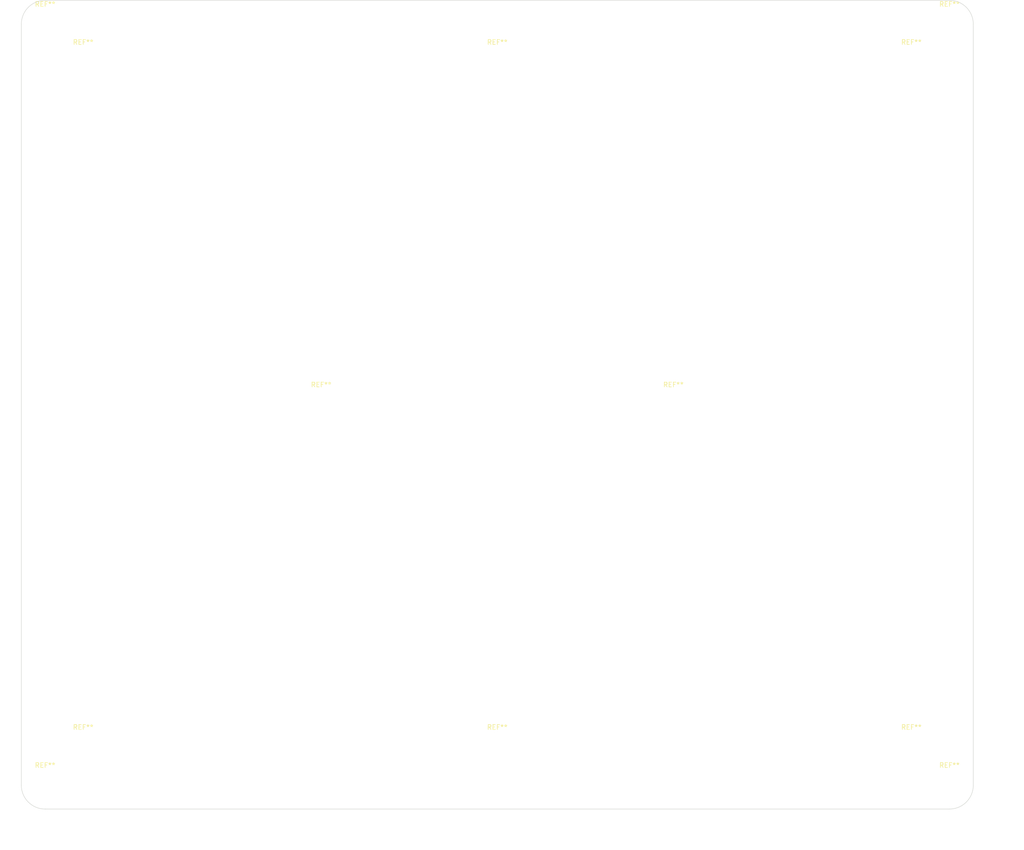
<source format=kicad_pcb>
(kicad_pcb (version 20171130) (host pcbnew 5.1.5+dfsg1-2build2)

  (general
    (thickness 1.6)
    (drawings 74)
    (tracks 0)
    (zones 0)
    (modules 30)
    (nets 1)
  )

  (page A3)
  (title_block
    (title "Democratic Sendcomm")
    (date 2020-12-26)
    (rev 0.9.2)
    (company "Europalab Devices")
    (comment 1 "Copyright © 2020, Europalab Devices")
    (comment 2 "Fulfilling requirements of 20200210")
    (comment 3 "Pending quality assurance testing")
    (comment 4 "Release revision for manufacturing")
  )

  (layers
    (0 F.Cu signal)
    (31 B.Cu signal)
    (34 B.Paste user)
    (35 F.Paste user)
    (36 B.SilkS user)
    (37 F.SilkS user)
    (38 B.Mask user)
    (39 F.Mask user)
    (40 Dwgs.User user)
    (41 Cmts.User user)
    (42 Eco1.User user)
    (43 Eco2.User user)
    (44 Edge.Cuts user)
    (45 Margin user)
    (46 B.CrtYd user)
    (47 F.CrtYd user)
    (48 B.Fab user)
    (49 F.Fab user)
  )

  (setup
    (last_trace_width 0.127)
    (trace_clearance 0.127)
    (zone_clearance 0.508)
    (zone_45_only no)
    (trace_min 0.127)
    (via_size 0.6)
    (via_drill 0.2)
    (via_min_size 0.6)
    (via_min_drill 0.2)
    (uvia_size 0.45)
    (uvia_drill 0.1)
    (uvias_allowed no)
    (uvia_min_size 0.45)
    (uvia_min_drill 0.1)
    (edge_width 0.1)
    (segment_width 0.1)
    (pcb_text_width 0.25)
    (pcb_text_size 1 1)
    (mod_edge_width 0.15)
    (mod_text_size 1 1)
    (mod_text_width 0.15)
    (pad_size 1.95 0.6)
    (pad_drill 0)
    (pad_to_mask_clearance 0)
    (aux_axis_origin 0 0)
    (visible_elements 7FFFF7FF)
    (pcbplotparams
      (layerselection 0x313fc_ffffffff)
      (usegerberextensions true)
      (usegerberattributes false)
      (usegerberadvancedattributes false)
      (creategerberjobfile false)
      (excludeedgelayer true)
      (linewidth 0.150000)
      (plotframeref false)
      (viasonmask false)
      (mode 1)
      (useauxorigin false)
      (hpglpennumber 1)
      (hpglpenspeed 20)
      (hpglpendiameter 15.000000)
      (psnegative false)
      (psa4output false)
      (plotreference true)
      (plotvalue true)
      (plotinvisibletext false)
      (padsonsilk false)
      (subtractmaskfromsilk false)
      (outputformat 1)
      (mirror false)
      (drillshape 0)
      (scaleselection 1)
      (outputdirectory "fabpanel"))
  )

  (net 0 "")

  (net_class Default "This is the default net class."
    (clearance 0.127)
    (trace_width 0.127)
    (via_dia 0.6)
    (via_drill 0.2)
    (uvia_dia 0.45)
    (uvia_drill 0.1)
  )

  (net_class Power ""
    (clearance 0.2)
    (trace_width 0.5)
    (via_dia 1)
    (via_drill 0.7)
    (uvia_dia 0.5)
    (uvia_drill 0.1)
  )

  (module MountingHole:MountingHole_3.2mm_M3 (layer F.Cu) (tedit 56D1B4CB) (tstamp 5FF31A13)
    (at 237 135)
    (descr "Mounting Hole 3.2mm, no annular, M3")
    (tags "mounting hole 3.2mm no annular m3")
    (attr virtual)
    (fp_text reference REF** (at 0 -4.2) (layer F.SilkS)
      (effects (font (size 1 1) (thickness 0.15)))
    )
    (fp_text value MountingHole_3.2mm_M3 (at 0 4.2) (layer F.Fab)
      (effects (font (size 1 1) (thickness 0.15)))
    )
    (fp_circle (center 0 0) (end 3.45 0) (layer F.CrtYd) (width 0.05))
    (fp_circle (center 0 0) (end 3.2 0) (layer Cmts.User) (width 0.15))
    (fp_text user %R (at 0.3 0) (layer F.Fab)
      (effects (font (size 1 1) (thickness 0.15)))
    )
    (pad 1 np_thru_hole circle (at 0 0) (size 3.2 3.2) (drill 3.2) (layers *.Cu *.Mask))
  )

  (module MountingHole:MountingHole_3.2mm_M3 (layer F.Cu) (tedit 56D1B4CB) (tstamp 5FF31A4A)
    (at 163 135)
    (descr "Mounting Hole 3.2mm, no annular, M3")
    (tags "mounting hole 3.2mm no annular m3")
    (attr virtual)
    (fp_text reference REF** (at 0 -4.2) (layer F.SilkS)
      (effects (font (size 1 1) (thickness 0.15)))
    )
    (fp_text value MountingHole_3.2mm_M3 (at 0 4.2) (layer F.Fab)
      (effects (font (size 1 1) (thickness 0.15)))
    )
    (fp_circle (center 0 0) (end 3.45 0) (layer F.CrtYd) (width 0.05))
    (fp_circle (center 0 0) (end 3.2 0) (layer Cmts.User) (width 0.15))
    (fp_text user %R (at 0.3 0) (layer F.Fab)
      (effects (font (size 1 1) (thickness 0.15)))
    )
    (pad 1 np_thru_hole circle (at 0 0) (size 3.2 3.2) (drill 3.2) (layers *.Cu *.Mask))
  )

  (module MountingHole:MountingHole_3.2mm_M3 (layer F.Cu) (tedit 56D1B4CB) (tstamp 5FF319AE)
    (at 200 207)
    (descr "Mounting Hole 3.2mm, no annular, M3")
    (tags "mounting hole 3.2mm no annular m3")
    (attr virtual)
    (fp_text reference REF** (at 0 -4.2) (layer F.SilkS)
      (effects (font (size 1 1) (thickness 0.15)))
    )
    (fp_text value MountingHole_3.2mm_M3 (at 0 4.2) (layer F.Fab)
      (effects (font (size 1 1) (thickness 0.15)))
    )
    (fp_text user %R (at 0.3 0) (layer F.Fab)
      (effects (font (size 1 1) (thickness 0.15)))
    )
    (fp_circle (center 0 0) (end 3.2 0) (layer Cmts.User) (width 0.15))
    (fp_circle (center 0 0) (end 3.45 0) (layer F.CrtYd) (width 0.05))
    (pad 1 np_thru_hole circle (at 0 0) (size 3.2 3.2) (drill 3.2) (layers *.Cu *.Mask))
  )

  (module MountingHole:MountingHole_3.2mm_M3 (layer F.Cu) (tedit 56D1B4CB) (tstamp 5FF31979)
    (at 200 63)
    (descr "Mounting Hole 3.2mm, no annular, M3")
    (tags "mounting hole 3.2mm no annular m3")
    (attr virtual)
    (fp_text reference REF** (at 0 -4.2) (layer F.SilkS)
      (effects (font (size 1 1) (thickness 0.15)))
    )
    (fp_text value MountingHole_3.2mm_M3 (at 0 4.2) (layer F.Fab)
      (effects (font (size 1 1) (thickness 0.15)))
    )
    (fp_circle (center 0 0) (end 3.45 0) (layer F.CrtYd) (width 0.05))
    (fp_circle (center 0 0) (end 3.2 0) (layer Cmts.User) (width 0.15))
    (fp_text user %R (at 0.3 0) (layer F.Fab)
      (effects (font (size 1 1) (thickness 0.15)))
    )
    (pad 1 np_thru_hole circle (at 0 0) (size 3.2 3.2) (drill 3.2) (layers *.Cu *.Mask))
  )

  (module MountingHole:MountingHole_3.2mm_M3 (layer F.Cu) (tedit 56D1B4CB) (tstamp 5FF31936)
    (at 287 63)
    (descr "Mounting Hole 3.2mm, no annular, M3")
    (tags "mounting hole 3.2mm no annular m3")
    (attr virtual)
    (fp_text reference REF** (at 0 -4.2) (layer F.SilkS)
      (effects (font (size 1 1) (thickness 0.15)))
    )
    (fp_text value MountingHole_3.2mm_M3 (at 0 4.2) (layer F.Fab)
      (effects (font (size 1 1) (thickness 0.15)))
    )
    (fp_circle (center 0 0) (end 3.45 0) (layer F.CrtYd) (width 0.05))
    (fp_circle (center 0 0) (end 3.2 0) (layer Cmts.User) (width 0.15))
    (fp_text user %R (at 0.3 0) (layer F.Fab)
      (effects (font (size 1 1) (thickness 0.15)))
    )
    (pad 1 np_thru_hole circle (at 0 0) (size 3.2 3.2) (drill 3.2) (layers *.Cu *.Mask))
  )

  (module MountingHole:MountingHole_3.2mm_M3 (layer F.Cu) (tedit 56D1B4CB) (tstamp 5FF31928)
    (at 287 207)
    (descr "Mounting Hole 3.2mm, no annular, M3")
    (tags "mounting hole 3.2mm no annular m3")
    (attr virtual)
    (fp_text reference REF** (at 0 -4.2) (layer F.SilkS)
      (effects (font (size 1 1) (thickness 0.15)))
    )
    (fp_text value MountingHole_3.2mm_M3 (at 0 4.2) (layer F.Fab)
      (effects (font (size 1 1) (thickness 0.15)))
    )
    (fp_text user %R (at 0.3 0) (layer F.Fab)
      (effects (font (size 1 1) (thickness 0.15)))
    )
    (fp_circle (center 0 0) (end 3.2 0) (layer Cmts.User) (width 0.15))
    (fp_circle (center 0 0) (end 3.45 0) (layer F.CrtYd) (width 0.05))
    (pad 1 np_thru_hole circle (at 0 0) (size 3.2 3.2) (drill 3.2) (layers *.Cu *.Mask))
  )

  (module MountingHole:MountingHole_3.2mm_M3 (layer F.Cu) (tedit 56D1B4CB) (tstamp 5FF3191A)
    (at 113 207)
    (descr "Mounting Hole 3.2mm, no annular, M3")
    (tags "mounting hole 3.2mm no annular m3")
    (attr virtual)
    (fp_text reference REF** (at 0 -4.2) (layer F.SilkS)
      (effects (font (size 1 1) (thickness 0.15)))
    )
    (fp_text value MountingHole_3.2mm_M3 (at 0 4.2) (layer F.Fab)
      (effects (font (size 1 1) (thickness 0.15)))
    )
    (fp_circle (center 0 0) (end 3.45 0) (layer F.CrtYd) (width 0.05))
    (fp_circle (center 0 0) (end 3.2 0) (layer Cmts.User) (width 0.15))
    (fp_text user %R (at 0.3 0) (layer F.Fab)
      (effects (font (size 1 1) (thickness 0.15)))
    )
    (pad 1 np_thru_hole circle (at 0 0) (size 3.2 3.2) (drill 3.2) (layers *.Cu *.Mask))
  )

  (module MountingHole:MountingHole_3.2mm_M3 (layer F.Cu) (tedit 56D1B4CB) (tstamp 5FF318F7)
    (at 113 63)
    (descr "Mounting Hole 3.2mm, no annular, M3")
    (tags "mounting hole 3.2mm no annular m3")
    (attr virtual)
    (fp_text reference REF** (at 0 -4.2) (layer F.SilkS)
      (effects (font (size 1 1) (thickness 0.15)))
    )
    (fp_text value MountingHole_3.2mm_M3 (at 0 4.2) (layer F.Fab)
      (effects (font (size 1 1) (thickness 0.15)))
    )
    (fp_text user %R (at 0.3 0) (layer F.Fab)
      (effects (font (size 1 1) (thickness 0.15)))
    )
    (fp_circle (center 0 0) (end 3.2 0) (layer Cmts.User) (width 0.15))
    (fp_circle (center 0 0) (end 3.45 0) (layer F.CrtYd) (width 0.05))
    (pad 1 np_thru_hole circle (at 0 0) (size 3.2 3.2) (drill 3.2) (layers *.Cu *.Mask))
  )

  (module MountingHole:MountingHole_3.2mm_M3 (layer F.Cu) (tedit 56D1B4CB) (tstamp 5FF2D58D)
    (at 295 55)
    (descr "Mounting Hole 3.2mm, no annular, M3")
    (tags "mounting hole 3.2mm no annular m3")
    (attr virtual)
    (fp_text reference REF** (at 0 -4.2) (layer F.SilkS)
      (effects (font (size 1 1) (thickness 0.15)))
    )
    (fp_text value MountingHole_3.2mm_M3 (at 0 4.2) (layer F.Fab)
      (effects (font (size 1 1) (thickness 0.15)))
    )
    (fp_circle (center 0 0) (end 3.45 0) (layer F.CrtYd) (width 0.05))
    (fp_circle (center 0 0) (end 3.2 0) (layer Cmts.User) (width 0.15))
    (fp_text user %R (at 0.3 0) (layer F.Fab)
      (effects (font (size 1 1) (thickness 0.15)))
    )
    (pad 1 np_thru_hole circle (at 0 0) (size 3.2 3.2) (drill 3.2) (layers *.Cu *.Mask))
  )

  (module MountingHole:MountingHole_3.2mm_M3 (layer F.Cu) (tedit 56D1B4CB) (tstamp 5FF2D577)
    (at 295 215)
    (descr "Mounting Hole 3.2mm, no annular, M3")
    (tags "mounting hole 3.2mm no annular m3")
    (attr virtual)
    (fp_text reference REF** (at 0 -4.2) (layer F.SilkS)
      (effects (font (size 1 1) (thickness 0.15)))
    )
    (fp_text value MountingHole_3.2mm_M3 (at 0 4.2) (layer F.Fab)
      (effects (font (size 1 1) (thickness 0.15)))
    )
    (fp_circle (center 0 0) (end 3.45 0) (layer F.CrtYd) (width 0.05))
    (fp_circle (center 0 0) (end 3.2 0) (layer Cmts.User) (width 0.15))
    (fp_text user %R (at 0.3 0) (layer F.Fab)
      (effects (font (size 1 1) (thickness 0.15)))
    )
    (pad 1 np_thru_hole circle (at 0 0) (size 3.2 3.2) (drill 3.2) (layers *.Cu *.Mask))
  )

  (module MountingHole:MountingHole_3.2mm_M3 (layer F.Cu) (tedit 56D1B4CB) (tstamp 5FF2D561)
    (at 105 215)
    (descr "Mounting Hole 3.2mm, no annular, M3")
    (tags "mounting hole 3.2mm no annular m3")
    (attr virtual)
    (fp_text reference REF** (at 0 -4.2) (layer F.SilkS)
      (effects (font (size 1 1) (thickness 0.15)))
    )
    (fp_text value MountingHole_3.2mm_M3 (at 0 4.2) (layer F.Fab)
      (effects (font (size 1 1) (thickness 0.15)))
    )
    (fp_circle (center 0 0) (end 3.45 0) (layer F.CrtYd) (width 0.05))
    (fp_circle (center 0 0) (end 3.2 0) (layer Cmts.User) (width 0.15))
    (fp_text user %R (at 0.3 0) (layer F.Fab)
      (effects (font (size 1 1) (thickness 0.15)))
    )
    (pad 1 np_thru_hole circle (at 0 0) (size 3.2 3.2) (drill 3.2) (layers *.Cu *.Mask))
  )

  (module MountingHole:MountingHole_3.2mm_M3 (layer F.Cu) (tedit 56D1B4CB) (tstamp 5FF2D54B)
    (at 105 55)
    (descr "Mounting Hole 3.2mm, no annular, M3")
    (tags "mounting hole 3.2mm no annular m3")
    (attr virtual)
    (fp_text reference REF** (at 0 -4.2) (layer F.SilkS)
      (effects (font (size 1 1) (thickness 0.15)))
    )
    (fp_text value MountingHole_3.2mm_M3 (at 0 4.2) (layer F.Fab)
      (effects (font (size 1 1) (thickness 0.15)))
    )
    (fp_circle (center 0 0) (end 3.45 0) (layer F.CrtYd) (width 0.05))
    (fp_circle (center 0 0) (end 3.2 0) (layer Cmts.User) (width 0.15))
    (fp_text user %R (at 0.3 0) (layer F.Fab)
      (effects (font (size 1 1) (thickness 0.15)))
    )
    (pad 1 np_thru_hole circle (at 0 0) (size 3.2 3.2) (drill 3.2) (layers *.Cu *.Mask))
  )

  (module Elabdev:MountingHole_1.1mm (layer F.Cu) (tedit 5B924765) (tstamp 5FBCCC1A)
    (at 262 140.5)
    (descr "Mounting Hole 1.1mm, no annular")
    (tags "mounting hole 1.1mm no annular")
    (attr virtual)
    (fp_text reference REF** (at 0 -3.2) (layer F.SilkS) hide
      (effects (font (size 1 1) (thickness 0.15)))
    )
    (fp_text value MountingHole_1.1mm (at 0 3.2) (layer F.Fab)
      (effects (font (size 1 1) (thickness 0.15)))
    )
    (fp_text user %R (at 0.3 0) (layer F.Fab)
      (effects (font (size 1 1) (thickness 0.15)))
    )
    (fp_circle (center 0 0) (end 1.1 0) (layer Cmts.User) (width 0.15))
    (fp_circle (center 0 0) (end 1.35 0) (layer F.CrtYd) (width 0.05))
    (pad "" np_thru_hole circle (at 0 0) (size 1.1 1.1) (drill 1.1) (layers *.Cu *.Mask))
  )

  (module Elabdev:MountingHole_1.1mm (layer F.Cu) (tedit 5B924765) (tstamp 5FF31D5D)
    (at 138 129.5)
    (descr "Mounting Hole 1.1mm, no annular")
    (tags "mounting hole 1.1mm no annular")
    (attr virtual)
    (fp_text reference REF** (at 0 -3.2) (layer F.SilkS) hide
      (effects (font (size 1 1) (thickness 0.15)))
    )
    (fp_text value MountingHole_1.1mm (at 0 3.2) (layer F.Fab)
      (effects (font (size 1 1) (thickness 0.15)))
    )
    (fp_text user %R (at 0.3 0) (layer F.Fab)
      (effects (font (size 1 1) (thickness 0.15)))
    )
    (fp_circle (center 0 0) (end 1.1 0) (layer Cmts.User) (width 0.15))
    (fp_circle (center 0 0) (end 1.35 0) (layer F.CrtYd) (width 0.05))
    (pad "" np_thru_hole circle (at 0 0) (size 1.1 1.1) (drill 1.1) (layers *.Cu *.Mask))
  )

  (module Elabdev:MountingHole_1.6mm (layer F.Cu) (tedit 5B924765) (tstamp 5FBCCBDE)
    (at 262 187)
    (descr "Mounting Hole 1.6mm, no annular")
    (tags "mounting hole 1.6mm no annular")
    (attr virtual)
    (fp_text reference REF** (at 0 -3.2) (layer F.SilkS) hide
      (effects (font (size 1 1) (thickness 0.15)))
    )
    (fp_text value MountingHole_1.6mm (at 0 3.2) (layer F.Fab)
      (effects (font (size 1 1) (thickness 0.15)))
    )
    (fp_text user %R (at 0.3 0) (layer F.Fab)
      (effects (font (size 1 1) (thickness 0.15)))
    )
    (fp_circle (center 0 0) (end 1.6 0) (layer Cmts.User) (width 0.15))
    (fp_circle (center 0 0) (end 1.85 0) (layer F.CrtYd) (width 0.05))
    (pad "" np_thru_hole circle (at 0 0) (size 1.6 1.6) (drill 1.6) (layers *.Cu *.Mask))
  )

  (module Elabdev:MountingHole_1.6mm (layer F.Cu) (tedit 5B924765) (tstamp 5FBCCBC8)
    (at 262 125.5)
    (descr "Mounting Hole 1.6mm, no annular")
    (tags "mounting hole 1.6mm no annular")
    (attr virtual)
    (fp_text reference REF** (at 0 -3.2) (layer F.SilkS) hide
      (effects (font (size 1 1) (thickness 0.15)))
    )
    (fp_text value MountingHole_1.6mm (at 0 3.2) (layer F.Fab)
      (effects (font (size 1 1) (thickness 0.15)))
    )
    (fp_text user %R (at 0.3 0) (layer F.Fab)
      (effects (font (size 1 1) (thickness 0.15)))
    )
    (fp_circle (center 0 0) (end 1.6 0) (layer Cmts.User) (width 0.15))
    (fp_circle (center 0 0) (end 1.85 0) (layer F.CrtYd) (width 0.05))
    (pad "" np_thru_hole circle (at 0 0) (size 1.6 1.6) (drill 1.6) (layers *.Cu *.Mask))
  )

  (module Elabdev:MountingHole_1.6mm (layer F.Cu) (tedit 5B924765) (tstamp 5FF31D45)
    (at 138 187)
    (descr "Mounting Hole 1.6mm, no annular")
    (tags "mounting hole 1.6mm no annular")
    (attr virtual)
    (fp_text reference REF** (at 0 -3.2) (layer F.SilkS) hide
      (effects (font (size 1 1) (thickness 0.15)))
    )
    (fp_text value MountingHole_1.6mm (at 0 3.2) (layer F.Fab)
      (effects (font (size 1 1) (thickness 0.15)))
    )
    (fp_circle (center 0 0) (end 1.85 0) (layer F.CrtYd) (width 0.05))
    (fp_circle (center 0 0) (end 1.6 0) (layer Cmts.User) (width 0.15))
    (fp_text user %R (at 0.3 0) (layer F.Fab)
      (effects (font (size 1 1) (thickness 0.15)))
    )
    (pad "" np_thru_hole circle (at 0 0) (size 1.6 1.6) (drill 1.6) (layers *.Cu *.Mask))
  )

  (module Elabdev:MountingHole_1.6mm (layer F.Cu) (tedit 5B924765) (tstamp 5FF31C85)
    (at 138 144.5)
    (descr "Mounting Hole 1.6mm, no annular")
    (tags "mounting hole 1.6mm no annular")
    (attr virtual)
    (fp_text reference REF** (at 0 -3.2) (layer F.SilkS) hide
      (effects (font (size 1 1) (thickness 0.15)))
    )
    (fp_text value MountingHole_1.6mm (at 0 3.2) (layer F.Fab)
      (effects (font (size 1 1) (thickness 0.15)))
    )
    (fp_text user %R (at 0.3 0) (layer F.Fab)
      (effects (font (size 1 1) (thickness 0.15)))
    )
    (fp_circle (center 0 0) (end 1.6 0) (layer Cmts.User) (width 0.15))
    (fp_circle (center 0 0) (end 1.85 0) (layer F.CrtYd) (width 0.05))
    (pad "" np_thru_hole circle (at 0 0) (size 1.6 1.6) (drill 1.6) (layers *.Cu *.Mask))
  )

  (module Elabdev:MountingHole_1.6mm (layer F.Cu) (tedit 5B924765) (tstamp 5FBCBB5A)
    (at 262 83)
    (descr "Mounting Hole 1.6mm, no annular")
    (tags "mounting hole 1.6mm no annular")
    (attr virtual)
    (fp_text reference REF** (at 0 -3.2) (layer F.SilkS) hide
      (effects (font (size 1 1) (thickness 0.15)))
    )
    (fp_text value MountingHole_1.6mm (at 0 3.2) (layer F.Fab)
      (effects (font (size 1 1) (thickness 0.15)))
    )
    (fp_text user %R (at 0.3 0) (layer F.Fab)
      (effects (font (size 1 1) (thickness 0.15)))
    )
    (fp_circle (center 0 0) (end 1.6 0) (layer Cmts.User) (width 0.15))
    (fp_circle (center 0 0) (end 1.85 0) (layer F.CrtYd) (width 0.05))
    (pad "" np_thru_hole circle (at 0 0) (size 1.6 1.6) (drill 1.6) (layers *.Cu *.Mask))
  )

  (module Elabdev:MountingHole_1.1mm (layer F.Cu) (tedit 5B924765) (tstamp 5FBCBB0E)
    (at 262 79)
    (descr "Mounting Hole 1.1mm, no annular")
    (tags "mounting hole 1.1mm no annular")
    (attr virtual)
    (fp_text reference REF** (at 0 -3.2) (layer F.SilkS) hide
      (effects (font (size 1 1) (thickness 0.15)))
    )
    (fp_text value MountingHole_1.1mm (at 0 3.2) (layer F.Fab)
      (effects (font (size 1 1) (thickness 0.15)))
    )
    (fp_circle (center 0 0) (end 1.35 0) (layer F.CrtYd) (width 0.05))
    (fp_circle (center 0 0) (end 1.1 0) (layer Cmts.User) (width 0.15))
    (fp_text user %R (at 0.3 0) (layer F.Fab)
      (effects (font (size 1 1) (thickness 0.15)))
    )
    (pad "" np_thru_hole circle (at 0 0) (size 1.1 1.1) (drill 1.1) (layers *.Cu *.Mask))
  )

  (module Elabdev:MountingHole_1.1mm (layer F.Cu) (tedit 5B924765) (tstamp 5FBCBAE8)
    (at 262 191)
    (descr "Mounting Hole 1.1mm, no annular")
    (tags "mounting hole 1.1mm no annular")
    (attr virtual)
    (fp_text reference REF** (at 0 -3.2) (layer F.SilkS) hide
      (effects (font (size 1 1) (thickness 0.15)))
    )
    (fp_text value MountingHole_1.1mm (at 0 3.2) (layer F.Fab)
      (effects (font (size 1 1) (thickness 0.15)))
    )
    (fp_text user %R (at 0.3 0) (layer F.Fab)
      (effects (font (size 1 1) (thickness 0.15)))
    )
    (fp_circle (center 0 0) (end 1.1 0) (layer Cmts.User) (width 0.15))
    (fp_circle (center 0 0) (end 1.35 0) (layer F.CrtYd) (width 0.05))
    (pad "" np_thru_hole circle (at 0 0) (size 1.1 1.1) (drill 1.1) (layers *.Cu *.Mask))
  )

  (module Elabdev:MountingHole_1.1mm (layer F.Cu) (tedit 5B924765) (tstamp 5FF31CBE)
    (at 138 191)
    (descr "Mounting Hole 1.1mm, no annular")
    (tags "mounting hole 1.1mm no annular")
    (attr virtual)
    (fp_text reference REF** (at 0 -3.2) (layer F.SilkS) hide
      (effects (font (size 1 1) (thickness 0.15)))
    )
    (fp_text value MountingHole_1.1mm (at 0 3.2) (layer F.Fab)
      (effects (font (size 1 1) (thickness 0.15)))
    )
    (fp_text user %R (at 0.3 0) (layer F.Fab)
      (effects (font (size 1 1) (thickness 0.15)))
    )
    (fp_circle (center 0 0) (end 1.1 0) (layer Cmts.User) (width 0.15))
    (fp_circle (center 0 0) (end 1.35 0) (layer F.CrtYd) (width 0.05))
    (pad "" np_thru_hole circle (at 0 0) (size 1.1 1.1) (drill 1.1) (layers *.Cu *.Mask))
  )

  (module Elabdev:MountingHole_1.6mm (layer F.Cu) (tedit 5B924765) (tstamp 5FF31D18)
    (at 138 83)
    (descr "Mounting Hole 1.6mm, no annular")
    (tags "mounting hole 1.6mm no annular")
    (attr virtual)
    (fp_text reference REF** (at 0 -3.2) (layer F.SilkS) hide
      (effects (font (size 1 1) (thickness 0.15)))
    )
    (fp_text value MountingHole_1.6mm (at 0 3.2) (layer F.Fab)
      (effects (font (size 1 1) (thickness 0.15)))
    )
    (fp_circle (center 0 0) (end 1.85 0) (layer F.CrtYd) (width 0.05))
    (fp_circle (center 0 0) (end 1.6 0) (layer Cmts.User) (width 0.15))
    (fp_text user %R (at 0.3 0) (layer F.Fab)
      (effects (font (size 1 1) (thickness 0.15)))
    )
    (pad "" np_thru_hole circle (at 0 0) (size 1.6 1.6) (drill 1.6) (layers *.Cu *.Mask))
  )

  (module Elabdev:MountingHole_1.1mm (layer F.Cu) (tedit 5B924765) (tstamp 5FF31CEB)
    (at 138 79)
    (descr "Mounting Hole 1.1mm, no annular")
    (tags "mounting hole 1.1mm no annular")
    (attr virtual)
    (fp_text reference REF** (at 0 -3.2) (layer F.SilkS) hide
      (effects (font (size 1 1) (thickness 0.15)))
    )
    (fp_text value MountingHole_1.1mm (at 0 3.2) (layer F.Fab)
      (effects (font (size 1 1) (thickness 0.15)))
    )
    (fp_circle (center 0 0) (end 1.35 0) (layer F.CrtYd) (width 0.05))
    (fp_circle (center 0 0) (end 1.1 0) (layer Cmts.User) (width 0.15))
    (fp_text user %R (at 0.3 0) (layer F.Fab)
      (effects (font (size 1 1) (thickness 0.15)))
    )
    (pad "" np_thru_hole circle (at 0 0) (size 1.1 1.1) (drill 1.1) (layers *.Cu *.Mask))
  )

  (module Mounting_Holes:MountingHole_2.5mm (layer F.Cu) (tedit 5D1E62F3) (tstamp 5FF31CD2)
    (at 138 75)
    (descr "Mounting Hole 2.5mm, no annular")
    (tags "mounting hole 2.5mm no annular")
    (fp_text reference SH1 (at 0 -3.5) (layer F.SilkS) hide
      (effects (font (size 1 1) (thickness 0.15)))
    )
    (fp_text value MountingHole_2.5mm (at 0 3.5) (layer F.Fab)
      (effects (font (size 1 1) (thickness 0.15)))
    )
    (fp_circle (center 0 0) (end 2.5 0) (layer Cmts.User) (width 0.15))
    (fp_circle (center 0 0) (end 2.75 0) (layer F.CrtYd) (width 0.05))
    (pad "" np_thru_hole circle (at 0 0) (size 2.55 2.55) (drill 2.55) (layers *.Cu *.Paste *.Mask))
  )

  (module Mounting_Holes:MountingHole_2.5mm (layer F.Cu) (tedit 5D1E6313) (tstamp 5FF31CAB)
    (at 138 195)
    (descr "Mounting Hole 2.5mm, no annular")
    (tags "mounting hole 2.5mm no annular")
    (fp_text reference SH2 (at 0 -3.5) (layer F.SilkS) hide
      (effects (font (size 1 1) (thickness 0.15)))
    )
    (fp_text value MountingHole_2.5mm (at 0 3.5) (layer F.Fab)
      (effects (font (size 1 1) (thickness 0.15)))
    )
    (fp_circle (center 0 0) (end 2.75 0) (layer F.CrtYd) (width 0.05))
    (fp_circle (center 0 0) (end 2.5 0) (layer Cmts.User) (width 0.15))
    (pad "" np_thru_hole circle (at 0 0) (size 2.55 2.55) (drill 2.55) (layers *.Cu *.Paste *.Mask))
  )

  (module Mounting_Holes:MountingHole_2.5mm (layer F.Cu) (tedit 5D1E630C) (tstamp 5FF31CFF)
    (at 138 140)
    (descr "Mounting Hole 2.5mm, no annular")
    (tags "mounting hole 2.5mm no annular")
    (fp_text reference SH5 (at 0 -3.5) (layer F.SilkS) hide
      (effects (font (size 1 1) (thickness 0.15)))
    )
    (fp_text value MountingHole_2.5mm (at 0 3.5) (layer F.Fab)
      (effects (font (size 1 1) (thickness 0.15)))
    )
    (fp_circle (center 0 0) (end 2.75 0) (layer F.CrtYd) (width 0.05))
    (fp_circle (center 0 0) (end 2.5 0) (layer Cmts.User) (width 0.15))
    (pad "" np_thru_hole circle (at 0 0) (size 2.55 2.55) (drill 2.55) (layers *.Cu *.Paste *.Mask))
  )

  (module Mounting_Holes:MountingHole_2.5mm (layer F.Cu) (tedit 5D1E631D) (tstamp 5FBB8A15)
    (at 262 195)
    (descr "Mounting Hole 2.5mm, no annular")
    (tags "mounting hole 2.5mm no annular")
    (fp_text reference SH4 (at 0 -3.5) (layer F.SilkS) hide
      (effects (font (size 1 1) (thickness 0.15)))
    )
    (fp_text value MountingHole_2.5mm (at 0 3.5) (layer F.Fab)
      (effects (font (size 1 1) (thickness 0.15)))
    )
    (fp_circle (center 0 0) (end 2.75 0) (layer F.CrtYd) (width 0.05))
    (fp_circle (center 0 0) (end 2.5 0) (layer Cmts.User) (width 0.15))
    (pad "" np_thru_hole circle (at 0 0) (size 2.55 2.55) (drill 2.55) (layers *.Cu *.Paste *.Mask))
  )

  (module Mounting_Holes:MountingHole_2.5mm (layer F.Cu) (tedit 5D1E632E) (tstamp 5FBB8A0F)
    (at 262 75)
    (descr "Mounting Hole 2.5mm, no annular")
    (tags "mounting hole 2.5mm no annular")
    (fp_text reference SH3 (at 0 -3.5) (layer F.SilkS) hide
      (effects (font (size 1 1) (thickness 0.15)))
    )
    (fp_text value MountingHole_2.5mm (at 0 3.5) (layer F.Fab)
      (effects (font (size 1 1) (thickness 0.15)))
    )
    (fp_circle (center 0 0) (end 2.5 0) (layer Cmts.User) (width 0.15))
    (fp_circle (center 0 0) (end 2.75 0) (layer F.CrtYd) (width 0.05))
    (pad "" np_thru_hole circle (at 0 0) (size 2.55 2.55) (drill 2.55) (layers *.Cu *.Paste *.Mask))
  )

  (module Mounting_Holes:MountingHole_2.5mm (layer F.Cu) (tedit 5D1E6326) (tstamp 5FBB8A09)
    (at 262 130)
    (descr "Mounting Hole 2.5mm, no annular")
    (tags "mounting hole 2.5mm no annular")
    (fp_text reference SH6 (at 0 -3.5) (layer F.SilkS) hide
      (effects (font (size 1 1) (thickness 0.15)))
    )
    (fp_text value MountingHole_2.5mm (at 0 3.5) (layer F.Fab)
      (effects (font (size 1 1) (thickness 0.15)))
    )
    (fp_circle (center 0 0) (end 2.5 0) (layer Cmts.User) (width 0.15))
    (fp_circle (center 0 0) (end 2.75 0) (layer F.CrtYd) (width 0.05))
    (pad "" np_thru_hole circle (at 0 0) (size 2.55 2.55) (drill 2.55) (layers *.Cu *.Paste *.Mask))
  )

  (dimension 200 (width 0.15) (layer Cmts.User)
    (gr_text "200 mm" (at 200 229.3) (layer Cmts.User)
      (effects (font (size 1 1) (thickness 0.15)))
    )
    (feature1 (pts (xy 300 224) (xy 300 228.586421)))
    (feature2 (pts (xy 100 224) (xy 100 228.586421)))
    (crossbar (pts (xy 100 228) (xy 300 228)))
    (arrow1a (pts (xy 300 228) (xy 298.873496 228.586421)))
    (arrow1b (pts (xy 300 228) (xy 298.873496 227.413579)))
    (arrow2a (pts (xy 100 228) (xy 101.126504 228.586421)))
    (arrow2b (pts (xy 100 228) (xy 101.126504 227.413579)))
  )
  (dimension 170 (width 0.15) (layer Cmts.User)
    (gr_text "170 mm" (at 309.3 135 90) (layer Cmts.User)
      (effects (font (size 1 1) (thickness 0.15)))
    )
    (feature1 (pts (xy 304 50) (xy 308.586421 50)))
    (feature2 (pts (xy 304 220) (xy 308.586421 220)))
    (crossbar (pts (xy 308 220) (xy 308 50)))
    (arrow1a (pts (xy 308 50) (xy 308.586421 51.126504)))
    (arrow1b (pts (xy 308 50) (xy 307.413579 51.126504)))
    (arrow2a (pts (xy 308 220) (xy 308.586421 218.873496)))
    (arrow2b (pts (xy 308 220) (xy 307.413579 218.873496)))
  )
  (gr_arc (start 295 55) (end 300 55) (angle -90) (layer Edge.Cuts) (width 0.1) (tstamp 5FF2D5A1))
  (gr_arc (start 295 215) (end 295 220) (angle -90) (layer Edge.Cuts) (width 0.1) (tstamp 5FF2D59F))
  (gr_arc (start 105 215) (end 100 215) (angle -90) (layer Edge.Cuts) (width 0.1) (tstamp 5FF2D59D))
  (gr_arc (start 105 55) (end 105 50) (angle -90) (layer Edge.Cuts) (width 0.1))
  (gr_line (start 295 50) (end 105 50) (layer Edge.Cuts) (width 0.1) (tstamp 5FF28184))
  (gr_line (start 300 215) (end 300 55) (layer Edge.Cuts) (width 0.1))
  (gr_line (start 105 220) (end 295 220) (layer Edge.Cuts) (width 0.1))
  (gr_line (start 100 55) (end 100 215) (layer Edge.Cuts) (width 0.1))
  (gr_line (start 239.71599 132.875) (end 239.71599 135.125) (layer Dwgs.User) (width 0.05) (tstamp 5FE8BDEE))
  (gr_line (start 243.78401 135.125) (end 243.78401 132.875) (layer Dwgs.User) (width 0.05) (tstamp 5FE8BDED))
  (gr_arc (start 238.125 132.875) (end 239.25 131.75) (angle 45) (layer Dwgs.User) (width 0.05) (tstamp 5FE8BDEC))
  (gr_arc (start 238.125 135.125) (end 239.25 136.25) (angle -45) (layer Dwgs.User) (width 0.05) (tstamp 5FE8BDEB))
  (gr_arc (start 245.375 132.875) (end 244.25 131.75) (angle -45) (layer Dwgs.User) (width 0.05) (tstamp 5FE8BDEA))
  (gr_arc (start 245.375 135.125) (end 244.25 136.25) (angle 45) (layer Dwgs.User) (width 0.05) (tstamp 5FE8BDE9))
  (gr_arc (start 213.125 132.875) (end 214.25 131.75) (angle 45) (layer Dwgs.User) (width 0.05) (tstamp 5FE8BDE2))
  (gr_line (start 214.71599 132.875) (end 214.71599 135.125) (layer Dwgs.User) (width 0.05) (tstamp 5FE8BDE1))
  (gr_arc (start 213.125 135.125) (end 214.25 136.25) (angle -45) (layer Dwgs.User) (width 0.05) (tstamp 5FE8BDE0))
  (gr_arc (start 220.375 135.125) (end 219.25 136.25) (angle 45) (layer Dwgs.User) (width 0.05) (tstamp 5FE8BDDF))
  (gr_line (start 218.78401 135.125) (end 218.78401 132.875) (layer Dwgs.User) (width 0.05) (tstamp 5FE8BDDE))
  (gr_arc (start 220.375 132.875) (end 219.25 131.75) (angle -45) (layer Dwgs.User) (width 0.05) (tstamp 5FE8BDDD))
  (gr_arc (start 179.625 135.125) (end 180.75 136.25) (angle -45) (layer Dwgs.User) (width 0.05) (tstamp 5FE8BDD6))
  (gr_line (start 181.21599 132.875) (end 181.21599 135.125) (layer Dwgs.User) (width 0.05) (tstamp 5FE8BDD5))
  (gr_arc (start 179.625 132.875) (end 180.75 131.75) (angle 45) (layer Dwgs.User) (width 0.05) (tstamp 5FE8BDD4))
  (gr_line (start 185.28401 135.125) (end 185.28401 132.875) (layer Dwgs.User) (width 0.05) (tstamp 5FE8BDD3))
  (gr_arc (start 186.875 132.875) (end 185.75 131.75) (angle -45) (layer Dwgs.User) (width 0.05) (tstamp 5FE8BDD2))
  (gr_arc (start 186.875 135.125) (end 185.75 136.25) (angle 45) (layer Dwgs.User) (width 0.05) (tstamp 5FE8BDD1))
  (gr_arc (start 161.875 132.875) (end 160.75 131.75) (angle -45) (layer Dwgs.User) (width 0.05) (tstamp 5FE8BDB1))
  (gr_line (start 160.28401 135.125) (end 160.28401 132.875) (layer Dwgs.User) (width 0.05) (tstamp 5FE8BDB0))
  (gr_arc (start 161.875 135.125) (end 160.75 136.25) (angle 45) (layer Dwgs.User) (width 0.05) (tstamp 5FE8BDAF))
  (gr_line (start 156.21599 132.875) (end 156.21599 135.125) (layer Dwgs.User) (width 0.05) (tstamp 5FF31D0F))
  (gr_arc (start 154.625 135.125) (end 155.75 136.25) (angle -45) (layer Dwgs.User) (width 0.05) (tstamp 5FF31D0C))
  (gr_arc (start 200 185.5) (end 201.25 184.25) (angle -90) (layer Dwgs.User) (width 0.05) (tstamp 5FE8BD55))
  (gr_arc (start 200 178) (end 198.75 179.25) (angle -90) (layer Dwgs.User) (width 0.05) (tstamp 5FE8BD54))
  (gr_arc (start 200 152) (end 198.75 153.25) (angle -90) (layer Dwgs.User) (width 0.05) (tstamp 5FE8BD51))
  (gr_arc (start 200 159.5) (end 201.25 158.25) (angle -90) (layer Dwgs.User) (width 0.05) (tstamp 5FE8BD50))
  (gr_arc (start 200 118) (end 201.25 116.75) (angle -90) (layer Dwgs.User) (width 0.05) (tstamp 5FE8BD4D))
  (gr_arc (start 200 110.5) (end 198.75 111.75) (angle -90) (layer Dwgs.User) (width 0.05) (tstamp 5FE8BD4C))
  (gr_arc (start 200 92) (end 201.25 90.75) (angle -90) (layer Dwgs.User) (width 0.05) (tstamp 5FE8BD47))
  (gr_arc (start 200 84.5) (end 198.75 85.75) (angle -90) (layer Dwgs.User) (width 0.05))
  (gr_arc (start 154.625 132.875) (end 155.75 131.75) (angle 45) (layer Dwgs.User) (width 0.05) (tstamp 5FF31CE2))
  (gr_line (start 135.5 201.25) (end 140.5 201.25) (angle 90) (layer Dwgs.User) (width 0.05) (tstamp 5FF31D6E))
  (gr_line (start 259.5 68.75) (end 264.5 68.75) (angle 90) (layer Dwgs.User) (width 0.05) (tstamp 5FE8B3C6))
  (gr_line (start 259.5 116.75) (end 259.5 153.25) (layer Dwgs.User) (width 0.05) (tstamp 5FBD89C1))
  (gr_line (start 259.5 90.75) (end 259.5 111.75) (layer Dwgs.User) (width 0.05) (tstamp 5FBD89BE))
  (gr_line (start 259.5 68.75) (end 259.5 85.75) (layer Dwgs.User) (width 0.05) (tstamp 5FBD89BB))
  (gr_arc (start 258.375 117.875) (end 257.25 116.75) (angle 90) (layer Dwgs.User) (width 0.05) (tstamp 5FBD2041))
  (gr_arc (start 258.375 110.625) (end 259.5 111.75) (angle 90) (layer Dwgs.User) (width 0.05) (tstamp 5FBD203E))
  (gr_arc (start 258.375 91.875) (end 257.25 90.75) (angle 90) (layer Dwgs.User) (width 0.05) (tstamp 5FBD203B))
  (gr_arc (start 258.375 84.625) (end 259.5 85.75) (angle 90) (layer Dwgs.User) (width 0.05) (tstamp 5FBD2038))
  (gr_line (start 135.5 68.75) (end 140.5 68.75) (angle 90) (layer Dwgs.User) (width 0.05) (tstamp 5FF31CA3))
  (gr_line (start 264.5 201.25) (end 264.5 68.75) (angle 90) (layer Dwgs.User) (width 0.05) (tstamp 5FBB8A52))
  (gr_line (start 259.5 201.25) (end 264.5 201.25) (angle 90) (layer Dwgs.User) (width 0.05) (tstamp 5FBB8A42))
  (gr_line (start 135.5 201.25) (end 135.5 68.75) (angle 90) (layer Dwgs.User) (width 0.05) (tstamp 5FF31CA0))
  (gr_line (start 140.5 90.75) (end 140.5 111.75) (layer Dwgs.User) (width 0.05) (tstamp 5FF31C9D))
  (gr_arc (start 141.625 117.875) (end 140.5 116.75) (angle 90) (layer Dwgs.User) (width 0.05) (tstamp 5FF31C9A))
  (gr_arc (start 141.625 91.875) (end 140.5 90.75) (angle 90) (layer Dwgs.User) (width 0.05) (tstamp 5FF31C97))
  (gr_arc (start 141.625 84.625) (end 142.75 85.75) (angle 90) (layer Dwgs.User) (width 0.05) (tstamp 5FF31C94))
  (gr_arc (start 141.625 110.625) (end 142.75 111.75) (angle 90) (layer Dwgs.User) (width 0.05) (tstamp 5FF31D3C))
  (gr_line (start 140.5 68.75) (end 140.5 85.75) (layer Dwgs.User) (width 0.05) (tstamp 5FF31D39))
  (gr_line (start 140.5 116.75) (end 140.5 153.25) (layer Dwgs.User) (width 0.05) (tstamp 5FF31D36))
  (gr_line (start 140.5 158.25) (end 140.5 179.25) (layer Dwgs.User) (width 0.05) (tstamp 5FF31D33))
  (gr_arc (start 141.625 185.375) (end 140.5 184.25) (angle 90) (layer Dwgs.User) (width 0.05) (tstamp 5FF31D30))
  (gr_arc (start 141.625 159.375) (end 140.5 158.25) (angle 90) (layer Dwgs.User) (width 0.05) (tstamp 5FF31D2D))
  (gr_arc (start 141.625 152.125) (end 142.75 153.25) (angle 90) (layer Dwgs.User) (width 0.05) (tstamp 5FF31D2A))
  (gr_arc (start 141.625 178.125) (end 142.75 179.25) (angle 90) (layer Dwgs.User) (width 0.05) (tstamp 5FF31D27))
  (gr_line (start 140.5 184.25) (end 140.5 201.25) (layer Dwgs.User) (width 0.05) (tstamp 5FF31D54))
  (gr_line (start 259.5 201.25) (end 259.5 184.25) (layer Dwgs.User) (width 0.05) (tstamp 5F680CE7))
  (gr_line (start 259.5 179.25) (end 259.5 158.25) (layer Dwgs.User) (width 0.05) (tstamp 5F4C201B))
  (gr_arc (start 258.375 159.375) (end 257.25 158.25) (angle 90) (layer Dwgs.User) (width 0.05) (tstamp 5F4C1099))
  (gr_arc (start 258.375 152.125) (end 259.5 153.25) (angle 90) (layer Dwgs.User) (width 0.05) (tstamp 5F4C1089))
  (gr_arc (start 258.375 185.375) (end 257.25 184.25) (angle 90) (layer Dwgs.User) (width 0.05) (tstamp 5F4C1077))
  (gr_arc (start 258.375 178.125) (end 259.5 179.25) (angle 90) (layer Dwgs.User) (width 0.05) (tstamp 5F4C1076))

)

</source>
